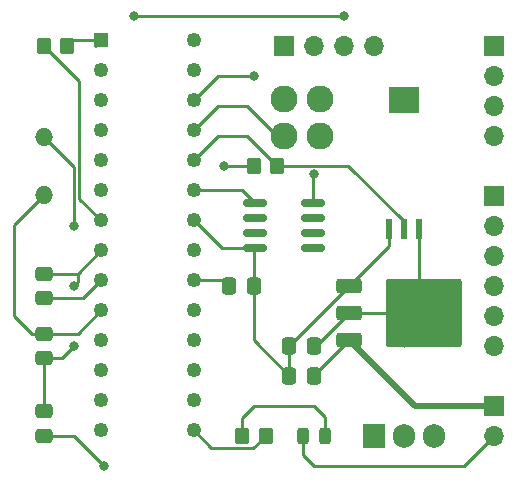
<source format=gbr>
%TF.GenerationSoftware,KiCad,Pcbnew,7.0.10*%
%TF.CreationDate,2024-04-21T18:35:40+05:30*%
%TF.ProjectId,ESDP_Final,45534450-5f46-4696-9e61-6c2e6b696361,rev?*%
%TF.SameCoordinates,Original*%
%TF.FileFunction,Copper,L1,Top*%
%TF.FilePolarity,Positive*%
%FSLAX46Y46*%
G04 Gerber Fmt 4.6, Leading zero omitted, Abs format (unit mm)*
G04 Created by KiCad (PCBNEW 7.0.10) date 2024-04-21 18:35:40*
%MOMM*%
%LPD*%
G01*
G04 APERTURE LIST*
G04 Aperture macros list*
%AMRoundRect*
0 Rectangle with rounded corners*
0 $1 Rounding radius*
0 $2 $3 $4 $5 $6 $7 $8 $9 X,Y pos of 4 corners*
0 Add a 4 corners polygon primitive as box body*
4,1,4,$2,$3,$4,$5,$6,$7,$8,$9,$2,$3,0*
0 Add four circle primitives for the rounded corners*
1,1,$1+$1,$2,$3*
1,1,$1+$1,$4,$5*
1,1,$1+$1,$6,$7*
1,1,$1+$1,$8,$9*
0 Add four rect primitives between the rounded corners*
20,1,$1+$1,$2,$3,$4,$5,0*
20,1,$1+$1,$4,$5,$6,$7,0*
20,1,$1+$1,$6,$7,$8,$9,0*
20,1,$1+$1,$8,$9,$2,$3,0*%
G04 Aperture macros list end*
%TA.AperFunction,ComponentPad*%
%ADD10O,1.524000X1.524000*%
%TD*%
%TA.AperFunction,SMDPad,CuDef*%
%ADD11RoundRect,0.150000X-0.825000X-0.150000X0.825000X-0.150000X0.825000X0.150000X-0.825000X0.150000X0*%
%TD*%
%TA.AperFunction,SMDPad,CuDef*%
%ADD12RoundRect,0.243750X-0.243750X-0.456250X0.243750X-0.456250X0.243750X0.456250X-0.243750X0.456250X0*%
%TD*%
%TA.AperFunction,SMDPad,CuDef*%
%ADD13RoundRect,0.250000X-0.475000X0.337500X-0.475000X-0.337500X0.475000X-0.337500X0.475000X0.337500X0*%
%TD*%
%TA.AperFunction,SMDPad,CuDef*%
%ADD14RoundRect,0.250000X-0.850000X-0.350000X0.850000X-0.350000X0.850000X0.350000X-0.850000X0.350000X0*%
%TD*%
%TA.AperFunction,SMDPad,CuDef*%
%ADD15RoundRect,0.250000X-1.275000X-1.125000X1.275000X-1.125000X1.275000X1.125000X-1.275000X1.125000X0*%
%TD*%
%TA.AperFunction,SMDPad,CuDef*%
%ADD16RoundRect,0.249997X-2.950003X-2.650003X2.950003X-2.650003X2.950003X2.650003X-2.950003X2.650003X0*%
%TD*%
%TA.AperFunction,SMDPad,CuDef*%
%ADD17RoundRect,0.250000X-0.337500X-0.475000X0.337500X-0.475000X0.337500X0.475000X-0.337500X0.475000X0*%
%TD*%
%TA.AperFunction,ComponentPad*%
%ADD18R,1.700000X1.700000*%
%TD*%
%TA.AperFunction,ComponentPad*%
%ADD19O,1.700000X1.700000*%
%TD*%
%TA.AperFunction,ComponentPad*%
%ADD20R,1.250000X1.250000*%
%TD*%
%TA.AperFunction,ComponentPad*%
%ADD21C,1.250000*%
%TD*%
%TA.AperFunction,ComponentPad*%
%ADD22R,1.905000X2.000000*%
%TD*%
%TA.AperFunction,ComponentPad*%
%ADD23O,1.905000X2.000000*%
%TD*%
%TA.AperFunction,SMDPad,CuDef*%
%ADD24RoundRect,0.250000X-0.350000X-0.450000X0.350000X-0.450000X0.350000X0.450000X-0.350000X0.450000X0*%
%TD*%
%TA.AperFunction,SMDPad,CuDef*%
%ADD25RoundRect,0.250000X0.337500X0.475000X-0.337500X0.475000X-0.337500X-0.475000X0.337500X-0.475000X0*%
%TD*%
%TA.AperFunction,SMDPad,CuDef*%
%ADD26RoundRect,0.250000X0.475000X-0.337500X0.475000X0.337500X-0.475000X0.337500X-0.475000X-0.337500X0*%
%TD*%
%TA.AperFunction,SMDPad,CuDef*%
%ADD27R,0.510000X1.780000*%
%TD*%
%TA.AperFunction,SMDPad,CuDef*%
%ADD28R,2.540000X2.290000*%
%TD*%
%TA.AperFunction,ComponentPad*%
%ADD29C,2.286000*%
%TD*%
%TA.AperFunction,ViaPad*%
%ADD30C,0.800000*%
%TD*%
%TA.AperFunction,Conductor*%
%ADD31C,0.250000*%
%TD*%
%TA.AperFunction,Conductor*%
%ADD32C,0.500000*%
%TD*%
G04 APERTURE END LIST*
D10*
%TO.P,16MHZ_C1,2*%
%TO.N,Net-(U3-PB6(PCINT6{slash}XTAL1{slash}TOSC1))*%
X139700000Y-73760000D03*
%TO.P,16MHZ_C1,1*%
%TO.N,Net-(U3-PB7(PCINT7{slash}XTAL2{slash}TOSC2))*%
X139700000Y-78640000D03*
%TD*%
D11*
%TO.P,LM35,1,V_{OUT}*%
%TO.N,/Temp_Out*%
X157545000Y-79375000D03*
%TO.P,LM35,2,NC*%
%TO.N,unconnected-(LM35-NC-Pad2)*%
X157545000Y-80645000D03*
%TO.P,LM35,3,NC*%
%TO.N,unconnected-(LM35-NC-Pad3)*%
X157545000Y-81915000D03*
%TO.P,LM35,4,GND*%
%TO.N,/GND*%
X157545000Y-83185000D03*
%TO.P,LM35,5,NC*%
%TO.N,unconnected-(LM35-NC-Pad5)*%
X162495000Y-83185000D03*
%TO.P,LM35,6,NC*%
%TO.N,unconnected-(LM35-NC-Pad6)*%
X162495000Y-81915000D03*
%TO.P,LM35,7,NC*%
%TO.N,unconnected-(LM35-NC-Pad7)*%
X162495000Y-80645000D03*
%TO.P,LM35,8,+V_{S}*%
%TO.N,/5V_PWR*%
X162495000Y-79375000D03*
%TD*%
D12*
%TO.P,LED1,1,K*%
%TO.N,/GND*%
X161622500Y-99060000D03*
%TO.P,LED1,2,A*%
%TO.N,Net-(LED1-A)*%
X163497500Y-99060000D03*
%TD*%
D13*
%TO.P,C2,1*%
%TO.N,Net-(U3-PB7(PCINT7{slash}XTAL2{slash}TOSC2))*%
X139700000Y-90402500D03*
%TO.P,C2,2*%
%TO.N,/GND*%
X139700000Y-92477500D03*
%TD*%
D14*
%TO.P,3.3,1,GND*%
%TO.N,/GND*%
X165555000Y-86365000D03*
%TO.P,3.3,2,VO*%
%TO.N,/3V_PWR*%
X165555000Y-88645000D03*
D15*
X170180000Y-87120000D03*
X170180000Y-90170000D03*
D16*
X171855000Y-88645000D03*
D15*
X173530000Y-87120000D03*
X173530000Y-90170000D03*
D14*
%TO.P,3.3,3,VI*%
%TO.N,/PWR*%
X165555000Y-90925000D03*
%TD*%
D17*
%TO.P,C6,1*%
%TO.N,/5V_PWR*%
X155405000Y-86360000D03*
%TO.P,C6,2*%
%TO.N,/GND*%
X157480000Y-86360000D03*
%TD*%
D18*
%TO.P,J1,1,Pin_1*%
%TO.N,/PWR*%
X177800000Y-96520000D03*
D19*
%TO.P,J1,2,Pin_2*%
%TO.N,/GND*%
X177800000Y-99060000D03*
%TD*%
D20*
%TO.P,U3,1,PC6(PCINT14/~{RESET})*%
%TO.N,Net-(U3-PC6(PCINT14{slash}~{RESET}))*%
X144526000Y-65575000D03*
D21*
%TO.P,U3,2,PD0(PCINT16/RXD)*%
%TO.N,Net-(OLED1-SCK)*%
X144526000Y-68115000D03*
%TO.P,U3,3,PD1(PCINT17/TXD)*%
%TO.N,Net-(OLED1-SDA)*%
X144526000Y-70655000D03*
%TO.P,U3,4,PD2(PCINT18/INT0)*%
%TO.N,unconnected-(U3-PD2(PCINT18{slash}INT0)-Pad4)*%
X144526000Y-73195000D03*
%TO.P,U3,5,PD3(PCINT19/OC2B/INT1)*%
%TO.N,unconnected-(U3-PD3(PCINT19{slash}OC2B{slash}INT1)-Pad5)*%
X144526000Y-75735000D03*
%TO.P,U3,6,PD4(PCINT20/XCK/T0)*%
%TO.N,unconnected-(U3-PD4(PCINT20{slash}XCK{slash}T0)-Pad6)*%
X144526000Y-78275000D03*
%TO.P,U3,7,VCC*%
%TO.N,/5V_PWR*%
X144526000Y-80815000D03*
%TO.P,U3,8,GND*%
%TO.N,/GND*%
X144526000Y-83355000D03*
%TO.P,U3,9,PB6(PCINT6/XTAL1/TOSC1)*%
%TO.N,Net-(U3-PB6(PCINT6{slash}XTAL1{slash}TOSC1))*%
X144526000Y-85895000D03*
%TO.P,U3,10,PB7(PCINT7/XTAL2/TOSC2)*%
%TO.N,Net-(U3-PB7(PCINT7{slash}XTAL2{slash}TOSC2))*%
X144526000Y-88435000D03*
%TO.P,U3,11,PD5(PCINT21/OC0B/T1)*%
%TO.N,unconnected-(U3-PD5(PCINT21{slash}OC0B{slash}T1)-Pad11)*%
X144526000Y-90975000D03*
%TO.P,U3,12,PD6(PCINT22/OC0A/AIN0)*%
%TO.N,unconnected-(U3-PD6(PCINT22{slash}OC0A{slash}AIN0)-Pad12)*%
X144526000Y-93515000D03*
%TO.P,U3,13,PD7(PCINT23/AIN1)*%
%TO.N,unconnected-(U3-PD7(PCINT23{slash}AIN1)-Pad13)*%
X144526000Y-96055000D03*
%TO.P,U3,14,PB0(PCINT0/CLKO/ICP1)*%
%TO.N,unconnected-(U3-PB0(PCINT0{slash}CLKO{slash}ICP1)-Pad14)*%
X144526000Y-98595000D03*
%TO.P,U3,15,PB1(OC1A/PCINT1)*%
%TO.N,Net-(U3-PB1(OC1A{slash}PCINT1))*%
X152400000Y-98595000D03*
%TO.P,U3,16,PB2(~{SS}/OC1B/PCINT2)*%
%TO.N,unconnected-(U3-PB2(~{SS}{slash}OC1B{slash}PCINT2)-Pad16)*%
X152400000Y-96055000D03*
%TO.P,U3,17,PB3(MOSI/OC2A/PCINT3)*%
%TO.N,unconnected-(U3-PB3(MOSI{slash}OC2A{slash}PCINT3)-Pad17)*%
X152400000Y-93515000D03*
%TO.P,U3,18,PB4(MISO/PCINT4)*%
%TO.N,unconnected-(U3-PB4(MISO{slash}PCINT4)-Pad18)*%
X152400000Y-90975000D03*
%TO.P,U3,19,PB5(SCK/PCINT5)*%
%TO.N,unconnected-(U3-PB5(SCK{slash}PCINT5)-Pad19)*%
X152400000Y-88435000D03*
%TO.P,U3,20,AVCC*%
%TO.N,/5V_PWR*%
X152400000Y-85895000D03*
%TO.P,U3,21,AREF*%
X152400000Y-83355000D03*
%TO.P,U3,22,GND*%
%TO.N,/GND*%
X152400000Y-80815000D03*
%TO.P,U3,23,PC0(ADC0/PCINT8)*%
%TO.N,/Temp_Out*%
X152400000Y-78275000D03*
%TO.P,U3,24,PC1(ADC1/PCINT9)*%
%TO.N,/Humidity_Out*%
X152400000Y-75735000D03*
%TO.P,U3,25,PC2(ADC2/PCINT10)*%
%TO.N,/Co2_Out*%
X152400000Y-73195000D03*
%TO.P,U3,26,PC3(ADC3/PCINT11)*%
%TO.N,/AirPoll_Out*%
X152400000Y-70655000D03*
%TO.P,U3,27,PC4(ADC4/SDA/PCINT12)*%
%TO.N,Net-(TCOO500-SDA)*%
X152400000Y-68115000D03*
%TO.P,U3,28,PC5(ADC5/SCL/PCINT13)*%
%TO.N,Net-(TCOO500-SCL)*%
X152400000Y-65575000D03*
%TD*%
D18*
%TO.P,OLED1,1,GND*%
%TO.N,/GND*%
X160020000Y-66040000D03*
D19*
%TO.P,OLED1,2,VCC*%
%TO.N,/5V_PWR*%
X162560000Y-66040000D03*
%TO.P,OLED1,3,SCK*%
%TO.N,Net-(OLED1-SCK)*%
X165100000Y-66040000D03*
%TO.P,OLED1,4,SDA*%
%TO.N,Net-(OLED1-SDA)*%
X167640000Y-66040000D03*
%TD*%
D22*
%TO.P,L7805,1,IN*%
%TO.N,/PWR*%
X167640000Y-99060000D03*
D23*
%TO.P,L7805,2,GND*%
%TO.N,/GND*%
X170180000Y-99060000D03*
%TO.P,L7805,3,OUT*%
%TO.N,/5V_PWR*%
X172720000Y-99060000D03*
%TD*%
D24*
%TO.P,R5,1*%
%TO.N,/GND*%
X157480000Y-76200000D03*
%TO.P,R5,2*%
%TO.N,/Humidity_Out*%
X159480000Y-76200000D03*
%TD*%
D25*
%TO.P,C4,1*%
%TO.N,/PWR*%
X162560000Y-93980000D03*
%TO.P,C4,2*%
%TO.N,/GND*%
X160485000Y-93980000D03*
%TD*%
D26*
%TO.P,C1,1*%
%TO.N,Net-(U3-PB6(PCINT6{slash}XTAL1{slash}TOSC1))*%
X139700000Y-87397500D03*
%TO.P,C1,2*%
%TO.N,/GND*%
X139700000Y-85322500D03*
%TD*%
D25*
%TO.P,C5,1*%
%TO.N,/3V_PWR*%
X162560000Y-91440000D03*
%TO.P,C5,2*%
%TO.N,/GND*%
X160485000Y-91440000D03*
%TD*%
D24*
%TO.P,R1,1*%
%TO.N,Net-(LED1-A)*%
X156480000Y-99060000D03*
%TO.P,R1,2*%
%TO.N,Net-(U3-PB1(OC1A{slash}PCINT1))*%
X158480000Y-99060000D03*
%TD*%
%TO.P,R2,1*%
%TO.N,/5V_PWR*%
X139707500Y-66040000D03*
%TO.P,R2,2*%
%TO.N,Net-(U3-PC6(PCINT14{slash}~{RESET}))*%
X141707500Y-66040000D03*
%TD*%
D26*
%TO.P,C3,1*%
%TO.N,/5V_PWR*%
X139700000Y-99060000D03*
%TO.P,C3,2*%
%TO.N,/GND*%
X139700000Y-96985000D03*
%TD*%
D18*
%TO.P,TCOO500,1,32K*%
%TO.N,unconnected-(TCOO500-32K-Pad1)*%
X177800000Y-78740000D03*
D19*
%TO.P,TCOO500,2,SQW*%
%TO.N,unconnected-(TCOO500-SQW-Pad2)*%
X177800000Y-81280000D03*
%TO.P,TCOO500,3,SCL*%
%TO.N,Net-(TCOO500-SCL)*%
X177800000Y-83820000D03*
%TO.P,TCOO500,4,SDA*%
%TO.N,Net-(TCOO500-SDA)*%
X177800000Y-86360000D03*
%TO.P,TCOO500,5,VCC*%
%TO.N,/5V_PWR*%
X177800000Y-88900000D03*
%TO.P,TCOO500,6,GND*%
%TO.N,/GND*%
X177800000Y-91440000D03*
%TD*%
D18*
%TO.P,MQ135,1,Vcc*%
%TO.N,/5V_PWR*%
X177800000Y-66040000D03*
D19*
%TO.P,MQ135,2,GND*%
%TO.N,/GND*%
X177800000Y-68580000D03*
%TO.P,MQ135,3,D0*%
%TO.N,unconnected-(MQ135-D0-Pad3)*%
X177800000Y-71120000D03*
%TO.P,MQ135,4,A0*%
%TO.N,/AirPoll_Out*%
X177800000Y-73660000D03*
%TD*%
D27*
%TO.P,HIH1,1,-VE*%
%TO.N,/GND*%
X168910000Y-81535000D03*
%TO.P,HIH1,2,OUT*%
%TO.N,/Humidity_Out*%
X170180000Y-81535000D03*
%TO.P,HIH1,3,+VE*%
%TO.N,/3V_PWR*%
X171450000Y-81535000D03*
D28*
%TO.P,HIH1,4,TAB*%
%TO.N,unconnected-(HIH1-TAB-Pad4)*%
X170180000Y-70610000D03*
%TD*%
D29*
%TO.P,MG812,1,VH*%
%TO.N,/5V_PWR*%
X160020000Y-70560000D03*
%TO.P,MG812,2,GND*%
%TO.N,/GND*%
X163120000Y-70560000D03*
%TO.P,MG812,3,Vdd*%
%TO.N,/5V_PWR*%
X163120000Y-73660000D03*
%TO.P,MG812,4,Vout*%
%TO.N,/Co2_Out*%
X160020000Y-73660000D03*
%TD*%
D30*
%TO.N,Net-(U3-PB6(PCINT6{slash}XTAL1{slash}TOSC1))*%
X142240000Y-81280000D03*
%TO.N,/5V_PWR*%
X162560000Y-76925000D03*
X144780000Y-101600000D03*
%TO.N,Net-(OLED1-SDA)*%
X147320000Y-63500000D03*
X165100000Y-63500000D03*
%TO.N,/AirPoll_Out*%
X157480000Y-68580000D03*
%TO.N,/GND*%
X142240000Y-91440000D03*
X154940000Y-76200000D03*
X142240000Y-86360000D03*
%TD*%
D31*
%TO.N,Net-(U3-PB7(PCINT7{slash}XTAL2{slash}TOSC2))*%
X138662500Y-90402500D02*
X139700000Y-90402500D01*
X137160000Y-88900000D02*
X138662500Y-90402500D01*
X139700000Y-78640000D02*
X137160000Y-81180000D01*
X137160000Y-81180000D02*
X137160000Y-88900000D01*
%TO.N,Net-(U3-PB6(PCINT6{slash}XTAL1{slash}TOSC1))*%
X142240000Y-76300000D02*
X142240000Y-81280000D01*
X139700000Y-73760000D02*
X142240000Y-76300000D01*
X139700000Y-87397500D02*
X143023500Y-87397500D01*
X143023500Y-87397500D02*
X144526000Y-85895000D01*
%TO.N,Net-(U3-PB7(PCINT7{slash}XTAL2{slash}TOSC2))*%
X142558500Y-90402500D02*
X144526000Y-88435000D01*
X139700000Y-90402500D02*
X142558500Y-90402500D01*
%TO.N,/5V_PWR*%
X144780000Y-101600000D02*
X142240000Y-99060000D01*
X142240000Y-99060000D02*
X139700000Y-99060000D01*
X162495000Y-79375000D02*
X162495000Y-76990000D01*
X142690000Y-78979000D02*
X144526000Y-80815000D01*
X162495000Y-76990000D02*
X162560000Y-76925000D01*
X142690000Y-69022500D02*
X142690000Y-78979000D01*
X139707500Y-66040000D02*
X142690000Y-69022500D01*
X152400000Y-85895000D02*
X154940000Y-85895000D01*
X154940000Y-85895000D02*
X155405000Y-86360000D01*
%TO.N,/3V_PWR*%
X171450000Y-81535000D02*
X171450000Y-85850000D01*
X168655000Y-88645000D02*
X170180000Y-87120000D01*
X171450000Y-85850000D02*
X170180000Y-87120000D01*
X162560000Y-91440000D02*
X162760000Y-91440000D01*
X170180000Y-91440000D02*
X170180000Y-90170000D01*
X162760000Y-91440000D02*
X165555000Y-88645000D01*
X165555000Y-88645000D02*
X168655000Y-88645000D01*
%TO.N,/PWR*%
X162560000Y-93980000D02*
X162560000Y-93920000D01*
X162560000Y-93920000D02*
X165555000Y-90925000D01*
D32*
X165555000Y-90925000D02*
X171150000Y-96520000D01*
X171150000Y-96520000D02*
X177800000Y-96520000D01*
D31*
%TO.N,Net-(U3-PB1(OC1A{slash}PCINT1))*%
X157455000Y-100085000D02*
X158480000Y-99060000D01*
X152400000Y-98595000D02*
X153890000Y-100085000D01*
X153890000Y-100085000D02*
X157455000Y-100085000D01*
%TO.N,Net-(U3-PC6(PCINT14{slash}~{RESET}))*%
X142172500Y-65575000D02*
X141707500Y-66040000D01*
X144526000Y-65575000D02*
X142172500Y-65575000D01*
X144061000Y-66040000D02*
X144526000Y-65575000D01*
%TO.N,/Humidity_Out*%
X156940000Y-73660000D02*
X154475000Y-73660000D01*
X170180000Y-80900000D02*
X165480000Y-76200000D01*
X165480000Y-76200000D02*
X159480000Y-76200000D01*
X170180000Y-81535000D02*
X170180000Y-80900000D01*
X159480000Y-76200000D02*
X156940000Y-73660000D01*
X154475000Y-73660000D02*
X152400000Y-75735000D01*
%TO.N,Net-(OLED1-SDA)*%
X147320000Y-63500000D02*
X165100000Y-63500000D01*
%TO.N,/Temp_Out*%
X152400000Y-78275000D02*
X156445000Y-78275000D01*
X156445000Y-78275000D02*
X157545000Y-79375000D01*
%TO.N,/Co2_Out*%
X154475000Y-71120000D02*
X156920000Y-71120000D01*
X152400000Y-73195000D02*
X154475000Y-71120000D01*
X156920000Y-71120000D02*
X159460000Y-73660000D01*
%TO.N,/AirPoll_Out*%
X154475000Y-68580000D02*
X152400000Y-70655000D01*
X157480000Y-68580000D02*
X154475000Y-68580000D01*
%TO.N,Net-(LED1-A)*%
X156480000Y-97520000D02*
X157480000Y-96520000D01*
X156480000Y-99060000D02*
X156480000Y-97520000D01*
X163497500Y-97457500D02*
X163497500Y-99060000D01*
X157480000Y-96520000D02*
X162560000Y-96520000D01*
X162560000Y-96520000D02*
X163497500Y-97457500D01*
%TO.N,/GND*%
X157480000Y-86360000D02*
X157480000Y-83250000D01*
X160485000Y-91440000D02*
X160485000Y-91435000D01*
X139700000Y-85322500D02*
X142558500Y-85322500D01*
X165555000Y-86365000D02*
X168910000Y-83010000D01*
X154770000Y-83185000D02*
X152400000Y-80815000D01*
X175260000Y-101600000D02*
X177800000Y-99060000D01*
X161622500Y-100662500D02*
X162560000Y-101600000D01*
X160485000Y-91440000D02*
X160485000Y-93980000D01*
X168910000Y-83010000D02*
X168910000Y-81535000D01*
X161622500Y-99060000D02*
X161622500Y-100662500D01*
X154940000Y-76200000D02*
X157480000Y-76200000D01*
X141202500Y-92477500D02*
X139700000Y-92477500D01*
X142240000Y-91440000D02*
X141202500Y-92477500D01*
X162560000Y-101600000D02*
X175260000Y-101600000D01*
X142558500Y-85322500D02*
X144526000Y-83355000D01*
X157480000Y-90975000D02*
X160485000Y-93980000D01*
X139700000Y-92477500D02*
X139700000Y-96985000D01*
X160485000Y-91435000D02*
X165555000Y-86365000D01*
X157545000Y-83185000D02*
X154770000Y-83185000D01*
X157480000Y-83250000D02*
X157545000Y-83185000D01*
X157480000Y-86360000D02*
X157480000Y-90975000D01*
X142558500Y-85322500D02*
X142558500Y-86041500D01*
X142558500Y-86041500D02*
X142240000Y-86360000D01*
%TD*%
M02*

</source>
